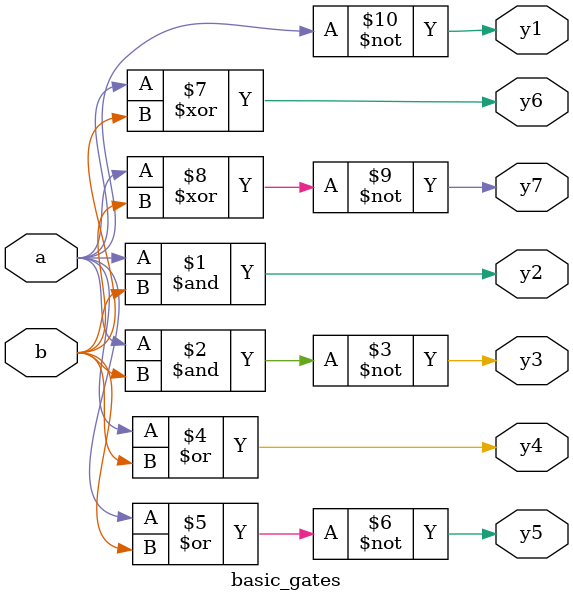
<source format=sv>
module basic_gates(y1,y2,y3,y4,y5,y6,y7,a,b);
  input a,b;
  output y1,y2,y3,y4,y5,y6,y7;
  not n1(y1,a);
  and n2(y2,a,b);
  nand n3(y3,a,b);
  or n4(y4,a,b);
  nor n5(y5,a,b);
  xor n6(y6,a,b);
  xnor n7(y7,a,b);
 endmodule

</source>
